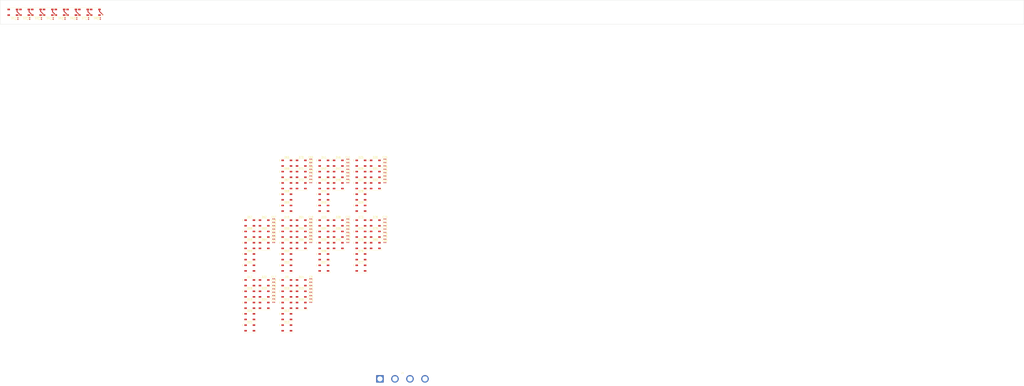
<source format=kicad_pcb>
(kicad_pcb (version 20221018) (generator pcbnew)
  (layers (0 "F.Cu" signal) (31 "B.Cu" signal) (34 "B.Paste" user) (35 "F.Paste" user) (36 "B.SilkS" user "B.Silkscreen") (37 "F.SilkS" user "F.Silkscreen") (38 "B.Mask" user) (39 "F.Mask" user) (44 "Edge.Cuts" user))
  (net 0 "")
  (net 1 "GND")
  (net 2 "+5V")
  (net 3 "Net-(D1-DOUT)")
  (net 4 "/DIN_1")
  (net 5 "Net-(D2-DOUT)")
  (net 6 "Net-(D3-DOUT)")
  (net 7 "Net-(D4-DOUT)")
  (net 8 "Net-(D6-DOUT)")
  (net 9 "/LEDs_with_caps_1/DOUT")
  (net 10 "Net-(D7-DOUT)")
  (net 11 "/LEDs_with_caps_2/DOUT")
  (net 12 "Net-(D10-DIN)")
  (net 13 "Net-(D5-DOUT)")
  (net 14 "Net-(D10-DOUT)")
  (net 15 "Net-(D11-DOUT)")
  (net 16 "Net-(D12-DOUT)")
  (net 17 "Net-(D13-DOUT)")
  (net 18 "Net-(D14-DOUT)")
  (net 19 "Net-(D15-DOUT)")
  (net 20 "/LEDs_with_caps_3/DOUT")
  (net 21 "Net-(D17-DOUT)")
  (net 22 "Net-(D18-DOUT)")
  (net 23 "Net-(D19-DOUT)")
  (net 24 "Net-(D20-DOUT)")
  (net 25 "Net-(D21-DOUT)")
  (net 26 "Net-(D22-DOUT)")
  (net 27 "Net-(D23-DOUT)")
  (net 28 "/LEDs_with_caps_4/DOUT")
  (net 29 "Net-(D25-DOUT)")
  (net 30 "Net-(D26-DOUT)")
  (net 31 "Net-(D27-DOUT)")
  (net 32 "Net-(D28-DOUT)")
  (net 33 "Net-(D29-DOUT)")
  (net 34 "Net-(D30-DOUT)")
  (net 35 "Net-(D31-DOUT)")
  (net 36 "/LEDs_with_caps_5/DOUT")
  (net 37 "Net-(D33-DOUT)")
  (net 38 "Net-(D34-DOUT)")
  (net 39 "Net-(D35-DOUT)")
  (net 40 "Net-(D36-DOUT)")
  (net 41 "Net-(D37-DOUT)")
  (net 42 "Net-(D38-DOUT)")
  (net 43 "Net-(D39-DOUT)")
  (net 44 "/DIN_2")
  (net 45 "Net-(D41-DOUT)")
  (net 46 "Net-(D42-DOUT)")
  (net 47 "Net-(D43-DOUT)")
  (net 48 "Net-(D44-DOUT)")
  (net 49 "Net-(D45-DOUT)")
  (net 50 "Net-(D46-DOUT)")
  (net 51 "Net-(D47-DOUT)")
  (net 52 "/LEDs_with_caps_6/DOUT")
  (net 53 "Net-(D49-DOUT)")
  (net 54 "Net-(D50-DOUT)")
  (net 55 "Net-(D51-DOUT)")
  (net 56 "Net-(D52-DOUT)")
  (net 57 "Net-(D53-DOUT)")
  (net 58 "Net-(D54-DOUT)")
  (net 59 "Net-(D55-DOUT)")
  (net 60 "/LEDs_with_caps_7/DOUT")
  (net 61 "Net-(D57-DOUT)")
  (net 62 "Net-(D58-DOUT)")
  (net 63 "Net-(D59-DOUT)")
  (net 64 "Net-(D60-DOUT)")
  (net 65 "Net-(D61-DOUT)")
  (net 66 "Net-(D62-DOUT)")
  (net 67 "Net-(D63-DOUT)")
  (net 68 "/LEDs_with_caps_8/DOUT")
  (net 69 "Net-(D65-DOUT)")
  (net 70 "Net-(D66-DOUT)")
  (net 71 "Net-(D67-DOUT)")
  (net 72 "Net-(D68-DOUT)")
  (net 73 "Net-(D69-DOUT)")
  (net 74 "Net-(D70-DOUT)")
  (net 75 "Net-(D71-DOUT)")
  (net 76 "/LEDs_with_caps_10/DIN")
  (net 77 "Net-(D73-DOUT)")
  (net 78 "Net-(D74-DOUT)")
  (net 79 "Net-(D75-DOUT)")
  (net 80 "Net-(D76-DOUT)")
  (net 81 "Net-(D77-DOUT)")
  (net 82 "Net-(D78-DOUT)")
  (net 83 "Net-(D79-DOUT)")
  (net 84 "/LEDs_with_caps_10/DOUT")
  (footprint "LED_SMD:LED_WS2812B_PLCC4_5.0x5.0mm_P3.2mm" (layer "F.Cu") (at 591.325 380.155)
    (fp_text reference "D58")
    (fp_text value "WS2812B")
  )
  (footprint "LED_SMD:LED_WS2812B_PLCC4_5.0x5.0mm_P3.2mm" (layer "F.Cu") (at 599.745 386.775)
    (fp_text reference "D64")
    (fp_text value "WS2812B")
  )
  (footprint "LED_SMD:LED_WS2812B_PLCC4_5.0x5.0mm_P3.2mm" (layer "F.Cu") (at 591.325 400.015)
    (fp_text reference "D61")
    (fp_text value "WS2812B")
  )
  (footprint "Capacitor_SMD:C_0402_1005Metric" (layer "F.Cu") (at 648.81 373.18)
    (fp_text reference "C34")
    (fp_text value "0.1uF")
  )
  (footprint "Capacitor_SMD:C_0402_1005Metric" (layer "F.Cu") (at 648.81 345.96)
    (fp_text reference "C46")
    (fp_text value "0.1uF")
  )
  (footprint "Capacitor_SMD:C_0402_1005Metric" (layer "F.Cu") (at 605.39 373.18)
    (fp_text reference "C58")
    (fp_text value "0.1uF")
  )
  (footprint "LED_SMD:LED_WS2812B_PLCC4_5.0x5.0mm_P3.2mm" (layer "F.Cu") (at 591.325 428.495)
    (fp_text reference "D20")
    (fp_text value "WS2812B")
  )
  (footprint "LED_SMD:LED_WS2812B_PLCC4_5.0x5.0mm_P3.2mm" (layer "F.Cu") (at 473.2 249.9 180)
    (fp_text reference "D4")
    (fp_text value "WS2812B")
  )
  (footprint "LED_SMD:LED_WS2812B_PLCC4_5.0x5.0mm_P3.2mm" (layer "F.Cu") (at 634.745 386.775)
    (fp_text reference "D35")
    (fp_text value "WS2812B")
  )
  (footprint "Capacitor_SMD:C_0402_1005Metric" (layer "F.Cu") (at 648.81 336.11)
    (fp_text reference "C41")
    (fp_text value "0.1uF")
  )
  (footprint "LED_SMD:LED_WS2812B_PLCC4_5.0x5.0mm_P3.2mm" (layer "F.Cu") (at 656.455 358.295)
    (fp_text reference "D28")
    (fp_text value "WS2812B")
  )
  (footprint "Capacitor_SMD:C_0402_1005Metric" (layer "F.Cu") (at 605.39 420.1)
    (fp_text reference "C24")
    (fp_text value "0.1uF")
  )
  (footprint "LED_SMD:LED_WS2812B_PLCC4_5.0x5.0mm_P3.2mm" (layer "F.Cu") (at 643.165 338.435)
    (fp_text reference "D46")
    (fp_text value "WS2812B")
  )
  (footprint "LED_SMD:LED_WS2812B_PLCC4_5.0x5.0mm_P3.2mm" (layer "F.Cu") (at 664.875 386.775)
    (fp_text reference "D80")
    (fp_text value "WS2812B")
  )
  (footprint "Capacitor_SMD:C_0402_1005Metric" (layer "F.Cu") (at 627.1 373.18)
    (fp_text reference "C50")
    (fp_text value "0.1uF")
  )
  (footprint "LED_SMD:LED_WS2812B_PLCC4_5.0x5.0mm_P3.2mm" (layer "F.Cu") (at 656.455 386.775)
    (fp_text reference "D75")
    (fp_text value "WS2812B")
  )
  (footprint "LED_SMD:LED_WS2812B_PLCC4_5.0x5.0mm_P3.2mm" (layer "F.Cu") (at 500.8 249.9 180)
    (fp_text reference "D8")
    (fp_text value "WS2812B")
  )
  (footprint "LED_SMD:LED_WS2812B_PLCC4_5.0x5.0mm_P3.2mm" (layer "F.Cu") (at 621.455 408.635)
    (fp_text reference "D14")
    (fp_text value "WS2812B")
  )
  (footprint "LED_SMD:LED_WS2812B_PLCC4_5.0x5.0mm_P3.2mm" (layer "F.Cu") (at 613.035 415.255)
    (fp_text reference "D10")
    (fp_text value "WS2812B")
  )
  (footprint "LED_SMD:LED_WS2812B_PLCC4_5.0x5.0mm_P3.2mm" (layer "F.Cu") (at 621.455 421.875)
    (fp_text reference "D16")
    (fp_text value "WS2812B")
  )
  (footprint "Capacitor_SMD:C_0402_1005Metric" (layer "F.Cu") (at 627.1 420.1)
    (fp_text reference "C16")
    (fp_text value "0.1uF")
  )
  (footprint "LED_SMD:LED_WS2812B_PLCC4_5.0x5.0mm_P3.2mm" (layer "F.Cu") (at 591.325 386.775)
    (fp_text reference "D59")
    (fp_text value "WS2812B")
  )
  (footprint "LED_SMD:LED_WS2812B_PLCC4_5.0x5.0mm_P3.2mm" (layer "F.Cu") (at 613.035 421.875)
    (fp_text reference "D11")
    (fp_text value "WS2812B")
  )
  (footprint "LED_SMD:LED_WS2812B_PLCC4_5.0x5.0mm_P3.2mm" (layer "F.Cu") (at 480.1 249.9 180)
    (fp_text reference "D5")
    (fp_text value "WS2812B")
  )
  (footprint "Capacitor_SMD:C_0402_1005Metric" (layer "F.Cu") (at 627.1 336.11)
    (fp_text reference "C65")
    (fp_text value "0.1uF")
  )
  (footprint "Capacitor_SMD:C_0402_1005Metric" (layer "F.Cu") (at 627.1 408.28)
    (fp_text reference "C10")
    (fp_text value "0.1uF")
  )
  (footprint "LED_SMD:LED_WS2812B_PLCC4_5.0x5.0mm_P3.2mm" (layer "F.Cu") (at 634.745 358.295)
    (fp_text reference "D44")
    (fp_text value "WS2812B")
  )
  (footprint "LED_SMD:LED_WS2812B_PLCC4_5.0x5.0mm_P3.2mm" (layer "F.Cu") (at 634.745 351.675)
    (fp_text reference "D43")
    (fp_text value "WS2812B")
  )
  (footprint "Capacitor_SMD:C_0402_1005Metric" (layer "F.Cu") (at 648.81 340.05)
    (fp_text reference "C43")
    (fp_text value "0.1uF")
  )
  (footprint "Capacitor_SMD:C_0402_1005Metric" (layer "F.Cu") (at 462.35 253.58 90)
    (fp_text reference "C2")
    (fp_text value "0.1uF")
  )
  (footprint "LED_SMD:LED_WS2812B_PLCC4_5.0x5.0mm_P3.2mm" (layer "F.Cu") (at 621.455 386.775)
    (fp_text reference "D56")
    (fp_text value "WS2812B")
  )
  (footprint "LED_SMD:LED_WS2812B_PLCC4_5.0x5.0mm_P3.2mm" (layer "F.Cu") (at 656.455 373.535)
    (fp_text reference "D73")
    (fp_text value "WS2812B")
  )
  (footprint "Capacitor_SMD:C_0402_1005Metric" (layer "F.Cu") (at 627.1 342.02)
    (fp_text reference "C68")
    (fp_text value "0.1uF")
  )
  (footprint "Capacitor_SMD:C_0402_1005Metric" (layer "F.Cu") (at 670.52 343.99)
    (fp_text reference "C29")
    (fp_text value "0.1uF")
  )
  (footprint "LED_SMD:LED_WS2812B_PLCC4_5.0x5.0mm_P3.2mm" (layer "F.Cu") (at 591.325 435.115)
    (fp_text reference "D21")
    (fp_text value "WS2812B")
  )
  (footprint "LED_SMD:LED_WS2812B_PLCC4_5.0x5.0mm_P3.2mm" (layer "F.Cu") (at 452.5 249.9 180)
    (fp_text reference "D1")
    (fp_text value "WS2812B")
  )
  (footprint "Capacitor_SMD:C_0402_1005Metric" (layer "F.Cu") (at 648.81 383.03)
    (fp_text reference "C39")
    (fp_text value "0.1uF")
  )
  (footprint "Capacitor_SMD:C_0402_1005Metric" (layer "F.Cu") (at 627.1 381.06)
    (fp_text reference "C54")
    (fp_text value "0.1uF")
  )
  (footprint "LED_SMD:LED_WS2812B_PLCC4_5.0x5.0mm_P3.2mm" (layer "F.Cu") (at 634.745 393.395)
    (fp_text reference "D36")
    (fp_text value "WS2812B")
  )
  (footprint "Capacitor_SMD:C_0402_1005Metric" (layer "F.Cu") (at 605.39 377.12)
    (fp_text reference "C60")
    (fp_text value "0.1uF")
  )
  (footprint "Capacitor_SMD:C_0402_1005Metric" (layer "F.Cu") (at 627.1 406.31)
    (fp_text reference "C9")
    (fp_text value "0.1uF")
  )
  (footprint "LED_SMD:LED_WS2812B_PLCC4_5.0x5.0mm_P3.2mm" (layer "F.Cu") (at 487 249.9 180)
    (fp_text reference "D6")
    (fp_text value "WS2812B")
  )
  (footprint "Capacitor_SMD:C_0402_1005Metric" (layer "F.Cu") (at 627.1 343.99)
    (fp_text reference "C69")
    (fp_text value "0.1uF")
  )
  (footprint "Capacitor_SMD:C_0402_1005Metric" (layer "F.Cu") (at 605.39 375.15)
    (fp_text reference "C59")
    (fp_text value "0.1uF")
  )
  (footprint "LED_SMD:LED_WS2812B_PLCC4_5.0x5.0mm_P3.2mm" (layer "F.Cu") (at 656.455 400.015)
    (fp_text reference "D77")
    (fp_text value "WS2812B")
  )
  (footprint "LED_SMD:LED_WS2812B_PLCC4_5.0x5.0mm_P3.2mm" (layer "F.Cu") (at 613.035 400.015)
    (fp_text reference "D53")
    (fp_text value "WS2812B")
  )
  (footprint "Capacitor_SMD:C_0402_1005Metric" (layer "F.Cu") (at 455.45 253.6 90)
    (fp_text reference "C1")
    (fp_text value "0.1uF")
  )
  (footprint "Capacitor_SMD:C_0402_1005Metric" (layer "F.Cu") (at 648.81 377.12)
    (fp_text reference "C36")
    (fp_text value "0.1uF")
  )
  (footprint "Capacitor_SMD:C_0402_1005Metric" (layer "F.Cu") (at 503.75 253.58 90)
    (fp_text reference "C8")
    (fp_text value "0.1uF")
  )
  (footprint "LED_SMD:LED_WS2812B_PLCC4_5.0x5.0mm_P3.2mm" (layer "F.Cu") (at 634.745 373.535)
    (fp_text reference "D33")
    (fp_text value "WS2812B")
  )
  (footprint "LED_SMD:LED_WS2812B_PLCC4_5.0x5.0mm_P3.2mm" (layer "F.Cu") (at 634.745 400.015)
    (fp_text reference "D37")
    (fp_text value "WS2812B")
  )
  (footprint "Capacitor_SMD:C_0402_1005Metric" (layer "F.Cu") (at 627.1 349.9)
    (fp_text reference "C72")
    (fp_text value "0.1uF")
  )
  (footprint "Capacitor_SMD:C_0402_1005Metric" (layer "F.Cu") (at 627.1 377.12)
    (fp_text reference "C52")
    (fp_text value "0.1uF")
  )
  (footprint "LED_SMD:LED_WS2812B_PLCC4_5.0x5.0mm_P3.2mm" (layer "F.Cu") (at 599.745 408.635)
    (fp_text reference "D22")
    (fp_text value "WS2812B")
  )
  (footprint "Capacitor_SMD:C_0402_1005Metric" (layer "F.Cu") (at 605.39 371.21)
    (fp_text reference "C57")
    (fp_text value "0.1uF")
  )
  (footprint "Capacitor_SMD:C_0402_1005Metric" (layer "F.Cu") (at 476.15 253.58 90)
    (fp_text reference "C4")
    (fp_text value "0.1uF")
  )
  (footprint "Capacitor_SMD:C_0402_1005Metric" (layer "F.Cu") (at 670.52 347.93)
    (fp_text reference "C31")
    (fp_text value "0.1uF")
  )
  (footprint "LED_SMD:LED_WS2812B_PLCC4_5.0x5.0mm_P3.2mm" (layer "F.Cu") (at 466.3 249.9 180)
    (fp_text reference "D3")
    (fp_text value "WS2812B")
  )
  (footprint "Capacitor_SMD:C_0402_1005Metric" (layer "F.Cu") (at 670.52 340.05)
    (fp_text reference "C27")
    (fp_text value "0.1uF")
  )
  (footprint "LED_SMD:LED_WS2812B_PLCC4_5.0x5.0mm_P3.2mm" (layer "F.Cu") (at 621.455 380.155)
    (fp_text reference "D55")
    (fp_text value "WS2812B")
  )
  (footprint "Capacitor_SMD:C_0402_1005Metric" (layer "F.Cu") (at 670.52 342.02)
    (fp_text reference "C28")
    (fp_text value "0.1uF")
  )
  (footprint "LED_SMD:LED_WS2812B_PLCC4_5.0x5.0mm_P3.2mm" (layer "F.Cu") (at 643.165 345.055)
    (fp_text reference "D47")
    (fp_text value "WS2812B")
  )
  (footprint "LED_SMD:LED_WS2812B_PLCC4_5.0x5.0mm_P3.2mm" (layer "F.Cu") (at 656.455 380.155)
    (fp_text reference "D74")
    (fp_text value "WS2812B")
  )
  (footprint "LED_SMD:LED_WS2812B_PLCC4_5.0x5.0mm_P3.2mm" (layer "F.Cu") (at 613.035 435.115)
    (fp_text reference "D13")
    (fp_text value "WS2812B")
  )
  (footprint "Capacitor_SMD:C_0402_1005Metric" (layer "F.Cu") (at 648.81 385)
    (fp_text reference "C40")
    (fp_text value "0.1uF")
  )
  (footprint "Capacitor_SMD:C_0402_1005Metric" (layer "F.Cu") (at 627.1 379.09)
    (fp_text reference "C53")
    (fp_text value "0.1uF")
  )
  (footprint "Capacitor_SMD:C_0402_1005Metric" (layer "F.Cu") (at 627.1 338.08)
    (fp_text reference "C66")
    (fp_text value "0.1uF")
  )
  (footprint "LED_SMD:LED_WS2812B_PLCC4_5.0x5.0mm_P3.2mm" (layer "F.Cu") (at 599.745 380.155)
    (fp_text reference "D63")
    (fp_text value "WS2812B")
  )
  (footprint "Capacitor_SMD:C_0402_1005Metric" (layer "F.Cu") (at 605.39 416.16)
    (fp_text reference "C22")
    (fp_text value "0.1uF")
  )
  (footprint "LED_SMD:LED_WS2812B_PLCC4_5.0x5.0mm_P3.2mm" (layer "F.Cu") (at 591.325 415.255)
    (fp_text reference "D18")
    (fp_text value "WS2812B")
  )
  (footprint "LED_SMD:LED_WS2812B_PLCC4_5.0x5.0mm_P3.2mm" (layer "F.Cu") (at 613.035 373.535)
    (fp_text reference "D49")
    (fp_text value "WS2812B")
  )
  (footprint "LED_SMD:LED_WS2812B_PLCC4_5.0x5.0mm_P3.2mm" (layer "F.Cu") (at 656.455 364.915)
    (fp_text reference "D29")
    (fp_text value "WS2812B")
  )
  (footprint "LED_SMD:LED_WS2812B_PLCC4_5.0x5.0mm_P3.2mm" (layer "F.Cu") (at 656.455 351.675)
    (fp_text reference "D27")
    (fp_text value "WS2812B")
  )
  (footprint "Capacitor_SMD:C_0402_1005Metric" (layer "F.Cu") (at 648.81 371.21)
    (fp_text reference "C33")
    (fp_text value "0.1uF")
  )
  (footprint "LED_SMD:LED_WS2812B_PLCC4_5.0x5.0mm_P3.2mm" (layer "F.Cu") (at 664.875 338.435)
    (fp_text reference "D30")
    (fp_text value "WS2812B")
  )
  (footprint "LED_SMD:LED_WS2812B_PLCC4_5.0x5.0mm_P3.2mm" (layer "F.Cu") (at 591.325 373.535)
    (fp_text reference "D57")
    (fp_text value "WS2812B")
  )
  (footprint "LED_SMD:LED_WS2812B_PLCC4_5.0x5.0mm_P3.2mm" (layer "F.Cu") (at 634.745 345.055)
    (fp_text reference "D42")
    (fp_text value "WS2812B")
  )
  (footprint "Capacitor_SMD:C_0402_1005Metric" (layer "F.Cu") (at 670.52 373.18)
    (fp_text reference "C74")
    (fp_text value "0.1uF")
  )
  (footprint "LED_SMD:LED_WS2812B_PLCC4_5.0x5.0mm_P3.2mm" (layer "F.Cu") (at 599.745 415.255)
    (fp_text reference "D23")
    (fp_text value "WS2812B")
  )
  (footprint "LED_SMD:LED_WS2812B_PLCC4_5.0x5.0mm_P3.2mm" (layer "F.Cu") (at 613.035 393.395)
    (fp_text reference "D52")
    (fp_text value "WS2812B")
  )
  (footprint "Capacitor_SMD:C_0402_1005Metric" (layer "F.Cu") (at 605.39 383.03)
    (fp_text reference "C63")
    (fp_text value "0.1uF")
  )
  (footprint "Capacitor_SMD:C_0402_1005Metric" (layer "F.Cu") (at 670.52 379.09)
    (fp_text reference "C77")
    (fp_text value "0.1uF")
  )
  (footprint "Capacitor_SMD:C_0402_1005Metric" (layer "F.Cu") (at 605.39 410.25)
    (fp_text reference "C19")
    (fp_text value "0.1uF")
  )
  (footprint "LED_SMD:LED_WS2812B_PLCC4_5.0x5.0mm_P3.2mm" (layer "F.Cu") (at 634.745 338.435)
    (fp_text reference "D41")
    (fp_text value "WS2812B")
  )
  (footprint "LED_SMD:LED_WS2812B_PLCC4_5.0x5.0mm_P3.2mm" (layer "F.Cu") (at 643.165 351.675)
    (fp_text reference "D48")
    (fp_text value "WS2812B")
  )
  (footprint "LED_SMD:LED_WS2812B_PLCC4_5.0x5.0mm_P3.2mm" (layer "F.Cu") (at 459.4 249.9 180)
    (fp_text reference "D2")
    (fp_text value "WS2812B")
  )
  (footprint "LED_SMD:LED_WS2812B_PLCC4_5.0x5.0mm_P3.2mm" (layer "F.Cu") (at 613.035 386.775)
    (fp_text reference "D51")
    (fp_text value "WS2812B")
  )
  (footprint "Capacitor_SMD:C_0402_1005Metric" (layer "F.Cu") (at 483.05 253.58 90)
    (fp_text reference "C5")
    (fp_text value "0.1uF")
  )
  (footprint "LED_SMD:LED_WS2812B_PLCC4_5.0x5.0mm_P3.2mm" (layer "F.Cu") (at 621.455 415.255)
    (fp_text reference "D15")
    (fp_text value "WS2812B")
  )
  (footprint "LED_SMD:LED_WS2812B_PLCC4_5.0x5.0mm_P3.2mm" (layer "F.Cu") (at 599.745 373.535)
    (fp_text reference "D62")
    (fp_text value "WS2812B")
  )
  (footprint "Capacitor_SMD:C_0402_1005Metric" (layer "F.Cu") (at 670.52 349.9)
    (fp_text reference "C32")
    (fp_text value "0.1uF")
  )
  (footprint "Capacitor_SMD:C_0402_1005Metric" (layer "F.Cu") (at 627.1 416.16)
    (fp_text reference "C14")
    (fp_text value "0.1uF")
  )
  (footprint "Capacitor_SMD:C_0402_1005Metric" (layer "F.Cu") (at 627.1 414.19)
    (fp_text reference "C13")
    (fp_text value "0.1uF")
  )
  (footprint "Capacitor_SMD:C_0402_1005Metric" (layer "F.Cu") (at 670.52 336.11)
    (fp_text reference "C25")
    (fp_text value "0.1uF")
  )
  (footprint "Capacitor_SMD:C_0402_1005Metric" (layer "F.Cu") (at 627.1 375.15)
    (fp_text reference "C51")
    (fp_text value "0.1uF")
  )
  (footprint "LED_SMD:LED_WS2812B_PLCC4_5.0x5.0mm_P3.2mm" (layer "F.Cu") (at 591.325 393.395)
    (fp_text reference "D60")
    (fp_text value "WS2812B")
  )
  (footprint "LED_SMD:LED_WS2812B_PLCC4_5.0x5.0mm_P3.2mm" (layer "F.Cu") (at 643.165 380.155)
    (fp_text reference "D39")
    (fp_text value "WS2812B")
  )
  (footprint "Capacitor_SMD:C_0402_1005Metric" (layer "F.Cu") (at 670.52 377.12)
    (fp_text reference "C76")
    (fp_text value "0.1uF")
  )
  (footprint "Capacitor_SMD:C_0402_1005Metric" (layer "F.Cu") (at 489.95 253.58 90)
    (fp_text reference "C6")
    (fp_text value "0.1uF")
  )
  (footprint "LED_SMD:LED_WS2812B_PLCC4_5.0x5.0mm_P3.2mm" (layer "F.Cu") (at 613.035 380.155)
    (fp_text reference "D50")
    (fp_text value "WS2812B")
  )
  (footprint "LED_SMD:LED_WS2812B_PLCC4_5.0x5.0mm_P3.2mm" (layer "F.Cu") (at 621.455 338.435)
    (fp_text reference "D70")
    (fp_text value "WS2812B")
  )
  (footprint "LED_SMD:LED_WS2812B_PLCC4_5.0x5.0mm_P3.2mm" (layer "F.Cu") (at 613.035 408.635)
    (fp_text reference "D9")
    (fp_text value "WS2812B")
  )
  (footprint "Capacitor_SMD:C_0402_1005Metric" (layer "F.Cu") (at 605.39 381.06)
    (fp_text reference "C62")
    (fp_text value "0.1uF")
  )
  (footprint "Capacitor_SMD:C_0402_1005Metric" (layer "F.Cu") (at 605.39 408.28)
    (fp_text reference "C18")
    (fp_text value "0.1uF")
  )
  (footprint "LED_SMD:LED_WS2812B_PLCC4_5.0x5.0mm_P3.2mm" (layer "F.Cu") (at 493.9 249.9 180)
    (fp_text reference "D7")
    (fp_text value "WS2812B")
  )
  (footprint "LED_SMD:LED_WS2812B_PLCC4_5.0x5.0mm_P3.2mm" (layer "F.Cu") (at 656.455 338.435)
    (fp_text reference "D25")
    (fp_text value "WS2812B")
  )
  (footprint "Capacitor_SMD:C_0402_1005Metric" (layer "F.Cu") (at 496.85 253.58 90)
    (fp_text reference "C7")
    (fp_text value "0.1uF")
  )
  (footprint "Capacitor_SMD:C_0402_1005Metric" (layer "F.Cu") (at 605.39 385)
    (fp_text reference "C64")
    (fp_text value "0.1uF")
  )
  (footprint "Capacitor_SMD:C_0402_1005Metric" (layer "F.Cu") (at 627.1 340.05)
    (fp_text reference "C67")
    (fp_text value "0.1uF")
  )
  (footprint "LED_SMD:LED_WS2812B_PLCC4_5.0x5.0mm_P3.2mm" (layer "F.Cu") (at 656.455 345.055)
    (fp_text reference "D26")
    (fp_text value "WS2812B")
  )
  (footprint "Capacitor_SMD:C_0402_1005Metric" (layer "F.Cu") (at 648.81 381.06)
    (fp_text reference "C38")
    (fp_text value "0.1uF")
  )
  (footprint "Capacitor_SMD:C_0402_1005Metric" (layer "F.Cu") (at 670.52 383.03)
    (fp_text reference "C79")
    (fp_text value "0.1uF")
  )
  (footprint "LED_SMD:LED_WS2812B_PLCC4_5.0x5.0mm_P3.2mm" (layer "F.Cu") (at 621.455 345.055)
    (fp_text reference "D71")
    (fp_text value "WS2812B")
  )
  (footprint "Capacitor_SMD:C_0402_1005Metric" (layer "F.Cu") (at 670.52 385)
    (fp_text reference "C80")
    (fp_text value "0.1uF")
  )
  (footprint "LED_SMD:LED_WS2812B_PLCC4_5.0x5.0mm_P3.2mm" (layer "F.Cu") (at 613.035 428.495)
    (fp_text reference "D12")
    (fp_text value "WS2812B")
  )
  (footprint "LED_SMD:LED_WS2812B_PLCC4_5.0x5.0mm_P3.2mm" (layer "F.Cu") (at 613.035 345.055)
    (fp_text reference "D66")
    (fp_text value "WS2812B")
  )
  (footprint "LED_SMD:LED_WS2812B_PLCC4_5.0x5.0mm_P3.2mm" (layer "F.Cu") (at 664.875 373.535)
    (fp_text reference "D78")
    (fp_text value "WS2812B")
  )
  (footprint "Capacitor_SMD:C_0402_1005Metric" (layer "F.Cu") (at 670.52 381.06)
    (fp_text reference "C78")
    (fp_text value "0.1uF")
  )
  (footprint "Capacitor_SMD:C_0402_1005Metric" (layer "F.Cu") (at 605.39 418.13)
    (fp_text reference "C23")
    (fp_text value "0.1uF")
  )
  (footprint "Capacitor_SMD:C_0402_1005Metric" (layer "F.Cu") (at 627.1 412.22)
    (fp_text reference "C12")
    (fp_text value "0.1uF")
  )
  (footprint "Capacitor_SMD:C_0402_1005Metric" (layer "F.Cu") (at 648.81 347.93)
    (fp_text reference "C47")
    (fp_text value "0.1uF")
  )
  (footprint "LED_SMD:LED_WS2812B_PLCC4_5.0x5.0mm_P3.2mm" (layer "F.Cu") (at 613.035 338.435)
    (fp_text reference "D65")
    (fp_text value "WS2812B")
  )
  (footprint "LED_SMD:LED_WS2812B_PLCC4_5.0x5.0mm_P3.2mm" (layer "F.Cu") (at 664.875 380.155)
    (fp_text reference "D79")
    (fp_text value "WS2812B")
  )
  (footprint "Capacitor_SMD:C_0402_1005Metric" (layer "F.Cu") (at 627.1 371.21)
    (fp_text reference "C49")
    (fp_text value "0.1uF")
  )
  (footprint "LED_SMD:LED_WS2812B_PLCC4_5.0x5.0mm_P3.2mm" (layer "F.Cu") (at 664.875 351.675)
    (fp_text reference "D32")
    (fp_text value "WS2812B")
  )
  (footprint "Capacitor_SMD:C_0402_1005Metric" (layer "F.Cu") (at 648.81 349.9)
    (fp_text reference "C48")
    (fp_text value "0.1uF")
  )
  (footprint "LED_SMD:LED_WS2812B_PLCC4_5.0x5.0mm_P3.2mm" (layer "F.Cu") (at 613.035 351.675)
    (fp_text reference "D67")
    (fp_text value "WS2812B")
  )
  (footprint "LED_SMD:LED_WS2812B_PLCC4_5.0x5.0mm_P3.2mm" (layer "F.Cu") (at 656.455 393.395)
    (fp_text reference "D76")
    (fp_text value "WS2812B")
  )
  (footprint "LED_SMD:LED_WS2812B_PLCC4_5.0x5.0mm_P3.2mm" (layer "F.Cu") (at 599.745 421.875)
    (fp_text reference "D24")
    (fp_text value "WS2812B")
  )
  (footprint "LED_SMD:LED_WS2812B_PLCC4_5.0x5.0mm_P3.2mm" (layer "F.Cu") (at 613.035 364.915)
    (fp_text reference "D69")
    (fp_text value "WS2812B")
  )
  (footprint "Capacitor_SMD:C_0402_1005Metric" (layer "F.Cu") (at 648.81 379.09)
    (fp_text reference "C37")
    (fp_text value "0.1uF")
  )
  (footprint "LED_SMD:LED_WS2812B_PLCC4_5.0x5.0mm_P3.2mm" (layer "F.Cu") (at 643.165 373.535)
    (fp_text reference "D38")
    (fp_text value "WS2812B")
  )
  (footprint "Capacitor_SMD:C_0402_1005Metric" (layer "F.Cu") (at 605.39 379.09)
    (fp_text reference "C61")
    (fp_text value "0.1uF")
  )
  (footprint "Capacitor_SMD:C_0402_1005Metric" (layer "F.Cu") (at 648.81 338.08)
    (fp_text reference "C42")
    (fp_text value "0.1uF")
  )
  (footprint "Capacitor_SMD:C_0402_1005Metric" (layer "F.Cu") (at 627.1 385)
    (fp_text reference "C56")
    (fp_text value "0.1uF")
  )
  (footprint "Capacitor_SMD:C_0402_1005Metric" (layer "F.Cu") (at 648.81 342.02)
    (fp_text reference "C44")
    (fp_text value "0.1uF")
  )
  (footprint "Capacitor_SMD:C_0402_1005Metric" (layer "F.Cu") (at 670.52 375.15)
    (fp_text reference "C75")
    (fp_text value "0.1uF")
  )
  (footprint "Capacitor_SMD:C_0402_1005Metric" (layer "F.Cu") (at 627.1 383.03)
    (fp_text reference "C55")
    (fp_text value "0.1uF")
  )
  (footprint "LED_SMD:LED_WS2812B_PLCC4_5.0x5.0mm_P3.2mm" (layer "F.Cu") (at 621.455 373.535)
    (fp_text reference "D54")
    (fp_text value "WS2812B")
  )
  (footprint "Capacitor_SMD:C_0402_1005Metric" (layer "F.Cu") (at 469.25 253.58 90)
    (fp_text reference "C3")
    (fp_text value "0.1uF")
  )
  (footprint "Capacitor_SMD:C_0402_1005Metric" (layer "F.Cu") (at 627.1 418.13)
    (fp_text reference "C15")
    (fp_text value "0.1uF")
  )
  (footprint "Capacitor_SMD:C_0402_1005Metric" (layer "F.Cu") (at 670.52 338.08)
    (fp_text reference "C26")
    (fp_text value "0.1uF")
  )
  (footprint "Capacitor_SMD:C_0402_1005Metric" (layer "F.Cu") (at 605.39 414.19)
    (fp_text reference "C21")
    (fp_text value "0.1uF")
  )
  (footprint "LED_SMD:LED_WS2812B_PLCC4_5.0x5.0mm_P3.2mm" (layer "F.Cu") (at 591.325 408.635)
    (fp_text reference "D17")
    (fp_text value "WS2812B")
  )
  (footprint "Capacitor_SMD:C_0402_1005Metric" (layer "F.Cu") (at 670.52 345.96)
    (fp_text reference "C30")
    (fp_text value "0.1uF")
  )
  (footprint "Connector_Wire:SolderWire-2.5sqmm_1x04_P8.8mm_D2.4mm_OD4.4mm" (layer "F.Cu") (at 667.6 465)
    (fp_text reference "J1")
    (fp_text value "Slip Ring")
  )
  (footprint "LED_SMD:LED_WS2812B_PLCC4_5.0x5.0mm_P3.2mm" (layer "F.Cu") (at 613.035 358.295)
    (fp_text reference "D68")
    (fp_text value "WS2812B")
  )
  (footprint "Capacitor_SMD:C_0402_1005Metric" (layer "F.Cu") (at 627.1 345.96)
    (fp_text reference "C70")
    (fp_text value "0.1uF")
  )
  (footprint "LED_SMD:LED_WS2812B_PLCC4_5.0x5.0mm_P3.2mm" (layer "F.Cu") (at 664.875 345.055)
    (fp_text reference "D31")
    (fp_text value "WS2812B")
  )
  (footprint "LED_SMD:LED_WS2812B_PLCC4_5.0x5.0mm_P3.2mm" (layer "F.Cu") (at 634.745 364.915)
    (fp_text reference "D45")
    (fp_text value "WS2812B")
  )
  (footprint "Capacitor_SMD:C_0402_1005Metric" (layer "F.Cu") (at 648.81 375.15)
    (fp_text reference "C35")
    (fp_text value "0.1uF")
  )
  (footprint "LED_SMD:LED_WS2812B_PLCC4_5.0x5.0mm_P3.2mm" (layer "F.Cu") (at 621.455 351.675)
    (fp_text reference "D72")
    (fp_text value "WS2812B")
  )
  (footprint "Capacitor_SMD:C_0402_1005Metric" (layer "F.Cu") (at 627.1 410.25)
    (fp_text reference "C11")
    (fp_text value "0.1uF")
  )
  (footprint "LED_SMD:LED_WS2812B_PLCC4_5.0x5.0mm_P3.2mm" (layer "F.Cu") (at 591.325 421.875)
    (fp_text reference "D19")
    (fp_text value "WS2812B")
  )
  (footprint "Capacitor_SMD:C_0402_1005Metric" (layer "F.Cu") (at 648.81 343.99)
    (fp_text reference "C45")
    (fp_text value "0.1uF")
  )
  (footprint "LED_SMD:LED_WS2812B_PLCC4_5.0x5.0mm_P3.2mm" (layer "F.Cu") (at 634.745 380.155)
    (fp_text reference "D34")
    (fp_text value "WS2812B")
  )
  (footprint "Capacitor_SMD:C_0402_1005Metric" (layer "F.Cu") (at 605.39 412.22)
    (fp_text reference "C20")
    (fp_text value "0.1uF")
  )
  (footprint "Capacitor_SMD:C_0402_1005Metric" (layer "F.Cu") (at 670.52 371.21)
    (fp_text reference "C73")
    (fp_text value "0.1uF")
  )
  (footprint "Capacitor_SMD:C_0402_1005Metric" (layer "F.Cu") (at 605.39 406.31)
    (fp_text reference "C17")
    (fp_text value "0.1uF")
  )
  (footprint "Capacitor_SMD:C_0402_1005Metric" (layer "F.Cu") (at 627.1 347.93)
    (fp_text reference "C71")
    (fp_text value "0.1uF")
  )
  (footprint "LED_SMD:LED_WS2812B_PLCC4_5.0x5.0mm_P3.2mm" (layer "F.Cu") (at 643.165 386.775)
    (fp_text reference "D40")
    (fp_text value "WS2812B")
  )
  (gr_rect (start 445 242.75) (end 1045 256.9) (stroke (width 0.1)) (fill none) (layer "Edge.Cuts"))
  (segment (start 454.95 249.55) (end 456.95 251.55) (width 0.5) (layer "F.Cu") (net 3))
  (segment (start 454.95 248.25) (end 454.95 249.55) (width 0.5) (layer "F.Cu") (net 3))
  (segment (start 462 249.65) (end 464 251.65) (width 0.5) (layer "F.Cu") (net 5))
  (segment (start 462 248.35) (end 462 249.65) (width 0.5) (layer "F.Cu") (net 5))
  (segment (start 468.75 248.1) (end 468.75 249.4) (width 0.5) (layer "F.Cu") (net 6))
  (segment (start 468.75 249.4) (end 470.75 251.4) (width 0.5) (layer "F.Cu") (net 6))
  (segment (start 475.75 248.35) (end 475.75 249.65) (width 0.5) (layer "F.Cu") (net 7))
  (segment (start 475.75 249.65) (end 477.75 251.65) (width 0.5) (layer "F.Cu") (net 7))
  (segment (start 489.5 249.4) (end 491.5 251.4) (width 0.5) (layer "F.Cu") (net 8))
  (segment (start 489.5 248.1) (end 489.5 249.4) (width 0.5) (layer "F.Cu") (net 8))
  (segment (start 503.25 248.1) (end 503.25 249.4) (width 0.5) (layer "F.Cu") (net 9))
  (segment (start 503.25 249.4) (end 505.25 251.4) (width 0.5) (layer "F.Cu") (net 9))
  (segment (start 496.5 249.65) (end 498.5 251.65) (width 0.5) (layer "F.Cu") (net 10))
  (segment (start 496.5 248.35) (end 496.5 249.65) (width 0.5) (layer "F.Cu") (net 10))
  (segment (start 482.5 249.4) (end 484.5 251.4) (width 0.5) (layer "F.Cu") (net 13))
  (segment (start 482.5 248.1) (end 482.5 249.4) (width 0.5) (layer "F.Cu") (net 13))
)
</source>
